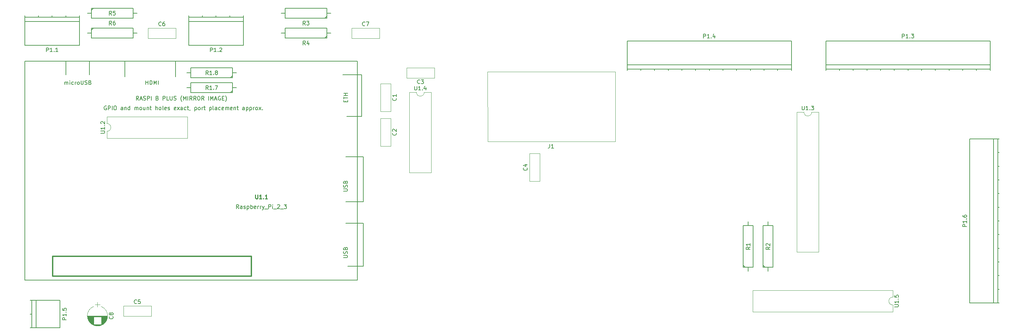
<source format=gbr>
G04 #@! TF.FileFunction,Legend,Top*
%FSLAX46Y46*%
G04 Gerber Fmt 4.6, Leading zero omitted, Abs format (unit mm)*
G04 Created by KiCad (PCBNEW 4.0.5) date 06/14/17 15:34:31*
%MOMM*%
%LPD*%
G01*
G04 APERTURE LIST*
%ADD10C,0.100000*%
%ADD11C,0.150000*%
%ADD12C,0.304800*%
%ADD13C,0.120000*%
%ADD14C,0.254000*%
%ADD15C,0.274320*%
%ADD16C,0.203200*%
G04 APERTURE END LIST*
D10*
D11*
X293290000Y-48550000D02*
X293290000Y-48950000D01*
X289790000Y-48550000D02*
X289790000Y-48950000D01*
X282790000Y-48550000D02*
X282790000Y-48950000D01*
X286290000Y-48550000D02*
X286290000Y-48950000D01*
X279290000Y-48550000D02*
X279290000Y-48950000D01*
X265290000Y-48550000D02*
X265290000Y-48950000D01*
X275790000Y-48550000D02*
X275790000Y-48950000D01*
X272290000Y-48550000D02*
X272290000Y-48950000D01*
X258290000Y-48550000D02*
X258290000Y-48950000D01*
X261790000Y-48550000D02*
X261790000Y-48950000D01*
X268790000Y-48550000D02*
X268790000Y-48950000D01*
X254790000Y-47450000D02*
X296790000Y-47450000D01*
X254790000Y-48550000D02*
X296790000Y-48550000D01*
X254790000Y-41350000D02*
X254790000Y-48950000D01*
X296790000Y-48950000D02*
X296790000Y-41350000D01*
X296790000Y-41350000D02*
X254790000Y-41350000D01*
X131318000Y-50038000D02*
X136144000Y-50038000D01*
X136144000Y-50038000D02*
X136144000Y-60706000D01*
X136144000Y-60706000D02*
X132334000Y-60706000D01*
X60550000Y-50052000D02*
X60550000Y-46552000D01*
X66550000Y-50052000D02*
X66550000Y-46552000D01*
X75550000Y-50560000D02*
X75550000Y-46560000D01*
X88550000Y-50560000D02*
X88550000Y-46560000D01*
X132050000Y-88028000D02*
X136550000Y-88028000D01*
X136550000Y-88028000D02*
X136550000Y-99028000D01*
X136550000Y-99028000D02*
X132550000Y-99028000D01*
X132050000Y-71028000D02*
X136550000Y-71028000D01*
X136550000Y-71028000D02*
X136550000Y-82528000D01*
X136550000Y-82528000D02*
X132050000Y-82528000D01*
X50050000Y-102560000D02*
X135050000Y-102560000D01*
X135050000Y-46560000D02*
X135050000Y-102560000D01*
X135050000Y-46560000D02*
X114550000Y-46560000D01*
X50050000Y-46560000D02*
X50050000Y-102560000D01*
X50050000Y-46560000D02*
X115050000Y-46560000D01*
D12*
X107950000Y-101600000D02*
X57150000Y-101600000D01*
X107950000Y-96520000D02*
X57150000Y-96520000D01*
X107950000Y-96520000D02*
X107950000Y-101600000D01*
X57150000Y-96520000D02*
X57150000Y-101600000D01*
D13*
X71000000Y-64500000D02*
X71000000Y-66270000D01*
X71000000Y-66270000D02*
X91560000Y-66270000D01*
X91560000Y-66270000D02*
X91560000Y-60730000D01*
X91560000Y-60730000D02*
X71000000Y-60730000D01*
X71000000Y-60730000D02*
X71000000Y-62500000D01*
X71000000Y-62500000D02*
G75*
G02X71000000Y-64500000I0J-1000000D01*
G01*
X168330000Y-49220000D02*
X168380000Y-67120000D01*
X168380000Y-67120000D02*
X200980000Y-67120000D01*
X200980000Y-67120000D02*
X200980000Y-49220000D01*
X200980000Y-49220000D02*
X168330000Y-49220000D01*
D11*
X60480000Y-35270000D02*
X60480000Y-34870000D01*
X56980000Y-35270000D02*
X56980000Y-34870000D01*
X53480000Y-35270000D02*
X53480000Y-34870000D01*
X63980000Y-36370000D02*
X49980000Y-36370000D01*
X63980000Y-35270000D02*
X49980000Y-35270000D01*
X63980000Y-42470000D02*
X63980000Y-34870000D01*
X49980000Y-34870000D02*
X49980000Y-42470000D01*
X49980000Y-42470000D02*
X63980000Y-42470000D01*
X102390000Y-35270000D02*
X102390000Y-34870000D01*
X98890000Y-35270000D02*
X98890000Y-34870000D01*
X95390000Y-35270000D02*
X95390000Y-34870000D01*
X105890000Y-36370000D02*
X91890000Y-36370000D01*
X105890000Y-35270000D02*
X91890000Y-35270000D01*
X105890000Y-42470000D02*
X105890000Y-34870000D01*
X91890000Y-34870000D02*
X91890000Y-42470000D01*
X91890000Y-42470000D02*
X105890000Y-42470000D01*
X242490000Y-48550000D02*
X242490000Y-48950000D01*
X238990000Y-48550000D02*
X238990000Y-48950000D01*
X231990000Y-48550000D02*
X231990000Y-48950000D01*
X235490000Y-48550000D02*
X235490000Y-48950000D01*
X228490000Y-48550000D02*
X228490000Y-48950000D01*
X214490000Y-48550000D02*
X214490000Y-48950000D01*
X224990000Y-48550000D02*
X224990000Y-48950000D01*
X221490000Y-48550000D02*
X221490000Y-48950000D01*
X207490000Y-48550000D02*
X207490000Y-48950000D01*
X210990000Y-48550000D02*
X210990000Y-48950000D01*
X217990000Y-48550000D02*
X217990000Y-48950000D01*
X203990000Y-47450000D02*
X245990000Y-47450000D01*
X203990000Y-48550000D02*
X245990000Y-48550000D01*
X203990000Y-41350000D02*
X203990000Y-48950000D01*
X245990000Y-48950000D02*
X245990000Y-41350000D01*
X245990000Y-41350000D02*
X203990000Y-41350000D01*
X234950000Y-100330000D02*
X234950000Y-99314000D01*
X234950000Y-87630000D02*
X234950000Y-88646000D01*
X233680000Y-88646000D02*
X236220000Y-88646000D01*
X236220000Y-88646000D02*
X236220000Y-99314000D01*
X236220000Y-99314000D02*
X233680000Y-99314000D01*
X233680000Y-99314000D02*
X233680000Y-88646000D01*
X234188000Y-99314000D02*
X233680000Y-98806000D01*
X104140000Y-53340000D02*
X103124000Y-53340000D01*
X91440000Y-53340000D02*
X92456000Y-53340000D01*
X92456000Y-54610000D02*
X92456000Y-52070000D01*
X92456000Y-52070000D02*
X103124000Y-52070000D01*
X103124000Y-52070000D02*
X103124000Y-54610000D01*
X103124000Y-54610000D02*
X92456000Y-54610000D01*
X103124000Y-54102000D02*
X102616000Y-54610000D01*
X104140000Y-49530000D02*
X103124000Y-49530000D01*
X91440000Y-49530000D02*
X92456000Y-49530000D01*
X92456000Y-50800000D02*
X92456000Y-48260000D01*
X92456000Y-48260000D02*
X103124000Y-48260000D01*
X103124000Y-48260000D02*
X103124000Y-50800000D01*
X103124000Y-50800000D02*
X92456000Y-50800000D01*
X103124000Y-50292000D02*
X102616000Y-50800000D01*
X240030000Y-100330000D02*
X240030000Y-99314000D01*
X240030000Y-87630000D02*
X240030000Y-88646000D01*
X238760000Y-88646000D02*
X241300000Y-88646000D01*
X241300000Y-88646000D02*
X241300000Y-99314000D01*
X241300000Y-99314000D02*
X238760000Y-99314000D01*
X238760000Y-99314000D02*
X238760000Y-88646000D01*
X239268000Y-99314000D02*
X238760000Y-98806000D01*
X128270000Y-34290000D02*
X127254000Y-34290000D01*
X115570000Y-34290000D02*
X116586000Y-34290000D01*
X116586000Y-35560000D02*
X116586000Y-33020000D01*
X116586000Y-33020000D02*
X127254000Y-33020000D01*
X127254000Y-33020000D02*
X127254000Y-35560000D01*
X127254000Y-35560000D02*
X116586000Y-35560000D01*
X127254000Y-35052000D02*
X126746000Y-35560000D01*
X128270000Y-39370000D02*
X127254000Y-39370000D01*
X115570000Y-39370000D02*
X116586000Y-39370000D01*
X116586000Y-40640000D02*
X116586000Y-38100000D01*
X116586000Y-38100000D02*
X127254000Y-38100000D01*
X127254000Y-38100000D02*
X127254000Y-40640000D01*
X127254000Y-40640000D02*
X116586000Y-40640000D01*
X127254000Y-40132000D02*
X126746000Y-40640000D01*
X66040000Y-34290000D02*
X67056000Y-34290000D01*
X78740000Y-34290000D02*
X77724000Y-34290000D01*
X77724000Y-33020000D02*
X77724000Y-35560000D01*
X77724000Y-35560000D02*
X67056000Y-35560000D01*
X67056000Y-35560000D02*
X67056000Y-33020000D01*
X67056000Y-33020000D02*
X77724000Y-33020000D01*
X67056000Y-33528000D02*
X67564000Y-33020000D01*
X66040000Y-39370000D02*
X67056000Y-39370000D01*
X78740000Y-39370000D02*
X77724000Y-39370000D01*
X77724000Y-38100000D02*
X77724000Y-40640000D01*
X77724000Y-40640000D02*
X67056000Y-40640000D01*
X67056000Y-40640000D02*
X67056000Y-38100000D01*
X67056000Y-38100000D02*
X77724000Y-38100000D01*
X67056000Y-38608000D02*
X67564000Y-38100000D01*
D13*
X249190000Y-59570000D02*
X247420000Y-59570000D01*
X247420000Y-59570000D02*
X247420000Y-95370000D01*
X247420000Y-95370000D02*
X252960000Y-95370000D01*
X252960000Y-95370000D02*
X252960000Y-59570000D01*
X252960000Y-59570000D02*
X251190000Y-59570000D01*
X251190000Y-59570000D02*
G75*
G02X249190000Y-59570000I-1000000J0D01*
G01*
X71130000Y-111740000D02*
X66030000Y-111740000D01*
X71130000Y-111780000D02*
X66030000Y-111780000D01*
X71129000Y-111820000D02*
X66031000Y-111820000D01*
X71128000Y-111860000D02*
X66032000Y-111860000D01*
X71126000Y-111900000D02*
X66034000Y-111900000D01*
X71123000Y-111940000D02*
X66037000Y-111940000D01*
X71119000Y-111980000D02*
X66041000Y-111980000D01*
X71115000Y-112020000D02*
X69560000Y-112020000D01*
X67600000Y-112020000D02*
X66045000Y-112020000D01*
X71111000Y-112060000D02*
X69560000Y-112060000D01*
X67600000Y-112060000D02*
X66049000Y-112060000D01*
X71105000Y-112100000D02*
X69560000Y-112100000D01*
X67600000Y-112100000D02*
X66055000Y-112100000D01*
X71099000Y-112140000D02*
X69560000Y-112140000D01*
X67600000Y-112140000D02*
X66061000Y-112140000D01*
X71093000Y-112180000D02*
X69560000Y-112180000D01*
X67600000Y-112180000D02*
X66067000Y-112180000D01*
X71086000Y-112220000D02*
X69560000Y-112220000D01*
X67600000Y-112220000D02*
X66074000Y-112220000D01*
X71078000Y-112260000D02*
X69560000Y-112260000D01*
X67600000Y-112260000D02*
X66082000Y-112260000D01*
X71069000Y-112300000D02*
X69560000Y-112300000D01*
X67600000Y-112300000D02*
X66091000Y-112300000D01*
X71060000Y-112340000D02*
X69560000Y-112340000D01*
X67600000Y-112340000D02*
X66100000Y-112340000D01*
X71050000Y-112380000D02*
X69560000Y-112380000D01*
X67600000Y-112380000D02*
X66110000Y-112380000D01*
X71040000Y-112420000D02*
X69560000Y-112420000D01*
X67600000Y-112420000D02*
X66120000Y-112420000D01*
X71028000Y-112461000D02*
X69560000Y-112461000D01*
X67600000Y-112461000D02*
X66132000Y-112461000D01*
X71016000Y-112501000D02*
X69560000Y-112501000D01*
X67600000Y-112501000D02*
X66144000Y-112501000D01*
X71004000Y-112541000D02*
X69560000Y-112541000D01*
X67600000Y-112541000D02*
X66156000Y-112541000D01*
X70990000Y-112581000D02*
X69560000Y-112581000D01*
X67600000Y-112581000D02*
X66170000Y-112581000D01*
X70976000Y-112621000D02*
X69560000Y-112621000D01*
X67600000Y-112621000D02*
X66184000Y-112621000D01*
X70962000Y-112661000D02*
X69560000Y-112661000D01*
X67600000Y-112661000D02*
X66198000Y-112661000D01*
X70946000Y-112701000D02*
X69560000Y-112701000D01*
X67600000Y-112701000D02*
X66214000Y-112701000D01*
X70930000Y-112741000D02*
X69560000Y-112741000D01*
X67600000Y-112741000D02*
X66230000Y-112741000D01*
X70913000Y-112781000D02*
X69560000Y-112781000D01*
X67600000Y-112781000D02*
X66247000Y-112781000D01*
X70895000Y-112821000D02*
X69560000Y-112821000D01*
X67600000Y-112821000D02*
X66265000Y-112821000D01*
X70876000Y-112861000D02*
X69560000Y-112861000D01*
X67600000Y-112861000D02*
X66284000Y-112861000D01*
X70856000Y-112901000D02*
X69560000Y-112901000D01*
X67600000Y-112901000D02*
X66304000Y-112901000D01*
X70836000Y-112941000D02*
X69560000Y-112941000D01*
X67600000Y-112941000D02*
X66324000Y-112941000D01*
X70814000Y-112981000D02*
X69560000Y-112981000D01*
X67600000Y-112981000D02*
X66346000Y-112981000D01*
X70792000Y-113021000D02*
X69560000Y-113021000D01*
X67600000Y-113021000D02*
X66368000Y-113021000D01*
X70769000Y-113061000D02*
X69560000Y-113061000D01*
X67600000Y-113061000D02*
X66391000Y-113061000D01*
X70745000Y-113101000D02*
X69560000Y-113101000D01*
X67600000Y-113101000D02*
X66415000Y-113101000D01*
X70720000Y-113141000D02*
X69560000Y-113141000D01*
X67600000Y-113141000D02*
X66440000Y-113141000D01*
X70693000Y-113181000D02*
X69560000Y-113181000D01*
X67600000Y-113181000D02*
X66467000Y-113181000D01*
X70666000Y-113221000D02*
X69560000Y-113221000D01*
X67600000Y-113221000D02*
X66494000Y-113221000D01*
X70638000Y-113261000D02*
X69560000Y-113261000D01*
X67600000Y-113261000D02*
X66522000Y-113261000D01*
X70608000Y-113301000D02*
X69560000Y-113301000D01*
X67600000Y-113301000D02*
X66552000Y-113301000D01*
X70577000Y-113341000D02*
X69560000Y-113341000D01*
X67600000Y-113341000D02*
X66583000Y-113341000D01*
X70545000Y-113381000D02*
X69560000Y-113381000D01*
X67600000Y-113381000D02*
X66615000Y-113381000D01*
X70512000Y-113421000D02*
X69560000Y-113421000D01*
X67600000Y-113421000D02*
X66648000Y-113421000D01*
X70477000Y-113461000D02*
X69560000Y-113461000D01*
X67600000Y-113461000D02*
X66683000Y-113461000D01*
X70441000Y-113501000D02*
X69560000Y-113501000D01*
X67600000Y-113501000D02*
X66719000Y-113501000D01*
X70403000Y-113541000D02*
X69560000Y-113541000D01*
X67600000Y-113541000D02*
X66757000Y-113541000D01*
X70363000Y-113581000D02*
X69560000Y-113581000D01*
X67600000Y-113581000D02*
X66797000Y-113581000D01*
X70322000Y-113621000D02*
X69560000Y-113621000D01*
X67600000Y-113621000D02*
X66838000Y-113621000D01*
X70279000Y-113661000D02*
X69560000Y-113661000D01*
X67600000Y-113661000D02*
X66881000Y-113661000D01*
X70234000Y-113701000D02*
X69560000Y-113701000D01*
X67600000Y-113701000D02*
X66926000Y-113701000D01*
X70186000Y-113741000D02*
X69560000Y-113741000D01*
X67600000Y-113741000D02*
X66974000Y-113741000D01*
X70136000Y-113781000D02*
X69560000Y-113781000D01*
X67600000Y-113781000D02*
X67024000Y-113781000D01*
X70084000Y-113821000D02*
X69560000Y-113821000D01*
X67600000Y-113821000D02*
X67076000Y-113821000D01*
X70028000Y-113861000D02*
X69560000Y-113861000D01*
X67600000Y-113861000D02*
X67132000Y-113861000D01*
X69970000Y-113901000D02*
X69560000Y-113901000D01*
X67600000Y-113901000D02*
X67190000Y-113901000D01*
X69907000Y-113941000D02*
X69560000Y-113941000D01*
X67600000Y-113941000D02*
X67253000Y-113941000D01*
X69841000Y-113981000D02*
X67319000Y-113981000D01*
X69769000Y-114021000D02*
X67391000Y-114021000D01*
X69692000Y-114061000D02*
X67468000Y-114061000D01*
X69608000Y-114101000D02*
X67552000Y-114101000D01*
X69514000Y-114141000D02*
X67646000Y-114141000D01*
X69409000Y-114181000D02*
X67751000Y-114181000D01*
X69287000Y-114221000D02*
X67873000Y-114221000D01*
X69139000Y-114261000D02*
X68021000Y-114261000D01*
X68934000Y-114301000D02*
X68226000Y-114301000D01*
X68580000Y-108290000D02*
X68580000Y-109490000D01*
X69230000Y-108890000D02*
X67930000Y-108890000D01*
X69561400Y-114136863D02*
G75*
G03X69560000Y-109342564I-981400J2396863D01*
G01*
X67598600Y-114136863D02*
G75*
G02X67600000Y-109342564I981400J2396863D01*
G01*
X67598600Y-114136863D02*
G75*
G03X69560000Y-114137436I981400J2396863D01*
G01*
X150130000Y-54490000D02*
X148360000Y-54490000D01*
X148360000Y-54490000D02*
X148360000Y-75050000D01*
X148360000Y-75050000D02*
X153900000Y-75050000D01*
X153900000Y-75050000D02*
X153900000Y-54490000D01*
X153900000Y-54490000D02*
X152130000Y-54490000D01*
X152130000Y-54490000D02*
G75*
G02X150130000Y-54490000I-1000000J0D01*
G01*
X143550000Y-52280000D02*
X143550000Y-59400000D01*
X140930000Y-52280000D02*
X140930000Y-59400000D01*
X143550000Y-52280000D02*
X140930000Y-52280000D01*
X143550000Y-59400000D02*
X140930000Y-59400000D01*
X143550000Y-61170000D02*
X143550000Y-68290000D01*
X140930000Y-61170000D02*
X140930000Y-68290000D01*
X143550000Y-61170000D02*
X140930000Y-61170000D01*
X143550000Y-68290000D02*
X140930000Y-68290000D01*
X154730000Y-50840000D02*
X147610000Y-50840000D01*
X154730000Y-48220000D02*
X147610000Y-48220000D01*
X154730000Y-50840000D02*
X154730000Y-48220000D01*
X147610000Y-50840000D02*
X147610000Y-48220000D01*
X179030000Y-77260000D02*
X179030000Y-70140000D01*
X181650000Y-77260000D02*
X181650000Y-70140000D01*
X179030000Y-77260000D02*
X181650000Y-77260000D01*
X179030000Y-70140000D02*
X181650000Y-70140000D01*
X75220000Y-109180000D02*
X82340000Y-109180000D01*
X75220000Y-111800000D02*
X82340000Y-111800000D01*
X75220000Y-109180000D02*
X75220000Y-111800000D01*
X82340000Y-109180000D02*
X82340000Y-111800000D01*
X81490000Y-38060000D02*
X88610000Y-38060000D01*
X81490000Y-40680000D02*
X88610000Y-40680000D01*
X81490000Y-38060000D02*
X81490000Y-40680000D01*
X88610000Y-38060000D02*
X88610000Y-40680000D01*
X133560000Y-38060000D02*
X140680000Y-38060000D01*
X133560000Y-40680000D02*
X140680000Y-40680000D01*
X133560000Y-38060000D02*
X133560000Y-40680000D01*
X140680000Y-38060000D02*
X140680000Y-40680000D01*
D11*
X51780000Y-111280000D02*
X51380000Y-111280000D01*
X52880000Y-107780000D02*
X52880000Y-114780000D01*
X51780000Y-107780000D02*
X51780000Y-114780000D01*
X58980000Y-107780000D02*
X51380000Y-107780000D01*
X51380000Y-114780000D02*
X58980000Y-114780000D01*
X58980000Y-114780000D02*
X58980000Y-107780000D01*
X298740000Y-69930000D02*
X299140000Y-69930000D01*
X298740000Y-73430000D02*
X299140000Y-73430000D01*
X298740000Y-80430000D02*
X299140000Y-80430000D01*
X298740000Y-76930000D02*
X299140000Y-76930000D01*
X298740000Y-83930000D02*
X299140000Y-83930000D01*
X298740000Y-97930000D02*
X299140000Y-97930000D01*
X298740000Y-87430000D02*
X299140000Y-87430000D01*
X298740000Y-90930000D02*
X299140000Y-90930000D01*
X298740000Y-104930000D02*
X299140000Y-104930000D01*
X298740000Y-101430000D02*
X299140000Y-101430000D01*
X298740000Y-94430000D02*
X299140000Y-94430000D01*
X297640000Y-108430000D02*
X297640000Y-66430000D01*
X298740000Y-108430000D02*
X298740000Y-66430000D01*
X291540000Y-108430000D02*
X299140000Y-108430000D01*
X299140000Y-66430000D02*
X291540000Y-66430000D01*
X291540000Y-66430000D02*
X291540000Y-108430000D01*
D13*
X271900000Y-106950000D02*
X271900000Y-105180000D01*
X271900000Y-105180000D02*
X236100000Y-105180000D01*
X236100000Y-105180000D02*
X236100000Y-110720000D01*
X236100000Y-110720000D02*
X271900000Y-110720000D01*
X271900000Y-110720000D02*
X271900000Y-108950000D01*
X271900000Y-108950000D02*
G75*
G02X271900000Y-106950000I0J1000000D01*
G01*
D11*
X274337619Y-40602381D02*
X274337619Y-39602381D01*
X274718572Y-39602381D01*
X274813810Y-39650000D01*
X274861429Y-39697619D01*
X274909048Y-39792857D01*
X274909048Y-39935714D01*
X274861429Y-40030952D01*
X274813810Y-40078571D01*
X274718572Y-40126190D01*
X274337619Y-40126190D01*
X275861429Y-40602381D02*
X275290000Y-40602381D01*
X275575714Y-40602381D02*
X275575714Y-39602381D01*
X275480476Y-39745238D01*
X275385238Y-39840476D01*
X275290000Y-39888095D01*
X276290000Y-40507143D02*
X276337619Y-40554762D01*
X276290000Y-40602381D01*
X276242381Y-40554762D01*
X276290000Y-40507143D01*
X276290000Y-40602381D01*
X276670952Y-39602381D02*
X277290000Y-39602381D01*
X276956666Y-39983333D01*
X277099524Y-39983333D01*
X277194762Y-40030952D01*
X277242381Y-40078571D01*
X277290000Y-40173810D01*
X277290000Y-40411905D01*
X277242381Y-40507143D01*
X277194762Y-40554762D01*
X277099524Y-40602381D01*
X276813809Y-40602381D01*
X276718571Y-40554762D01*
X276670952Y-40507143D01*
D14*
X108990191Y-80723619D02*
X108990191Y-81546095D01*
X109038572Y-81642857D01*
X109086953Y-81691238D01*
X109183715Y-81739619D01*
X109377238Y-81739619D01*
X109474000Y-81691238D01*
X109522381Y-81642857D01*
X109570762Y-81546095D01*
X109570762Y-80723619D01*
X110586762Y-81739619D02*
X110006191Y-81739619D01*
X110296477Y-81739619D02*
X110296477Y-80723619D01*
X110199715Y-80868762D01*
X110102953Y-80965524D01*
X110006191Y-81013905D01*
X111022191Y-81642857D02*
X111070572Y-81691238D01*
X111022191Y-81739619D01*
X110973810Y-81691238D01*
X111022191Y-81642857D01*
X111022191Y-81739619D01*
X112038191Y-81739619D02*
X111457620Y-81739619D01*
X111747906Y-81739619D02*
X111747906Y-80723619D01*
X111651144Y-80868762D01*
X111554382Y-80965524D01*
X111457620Y-81013905D01*
D15*
D16*
X104684287Y-84279619D02*
X104345621Y-83795810D01*
X104103716Y-84279619D02*
X104103716Y-83263619D01*
X104490763Y-83263619D01*
X104587525Y-83312000D01*
X104635906Y-83360381D01*
X104684287Y-83457143D01*
X104684287Y-83602286D01*
X104635906Y-83699048D01*
X104587525Y-83747429D01*
X104490763Y-83795810D01*
X104103716Y-83795810D01*
X105555144Y-84279619D02*
X105555144Y-83747429D01*
X105506763Y-83650667D01*
X105410001Y-83602286D01*
X105216478Y-83602286D01*
X105119716Y-83650667D01*
X105555144Y-84231238D02*
X105458382Y-84279619D01*
X105216478Y-84279619D01*
X105119716Y-84231238D01*
X105071335Y-84134476D01*
X105071335Y-84037714D01*
X105119716Y-83940952D01*
X105216478Y-83892571D01*
X105458382Y-83892571D01*
X105555144Y-83844190D01*
X105990573Y-84231238D02*
X106087335Y-84279619D01*
X106280859Y-84279619D01*
X106377620Y-84231238D01*
X106426001Y-84134476D01*
X106426001Y-84086095D01*
X106377620Y-83989333D01*
X106280859Y-83940952D01*
X106135716Y-83940952D01*
X106038954Y-83892571D01*
X105990573Y-83795810D01*
X105990573Y-83747429D01*
X106038954Y-83650667D01*
X106135716Y-83602286D01*
X106280859Y-83602286D01*
X106377620Y-83650667D01*
X106861430Y-83602286D02*
X106861430Y-84618286D01*
X106861430Y-83650667D02*
X106958192Y-83602286D01*
X107151715Y-83602286D01*
X107248477Y-83650667D01*
X107296858Y-83699048D01*
X107345239Y-83795810D01*
X107345239Y-84086095D01*
X107296858Y-84182857D01*
X107248477Y-84231238D01*
X107151715Y-84279619D01*
X106958192Y-84279619D01*
X106861430Y-84231238D01*
X107780668Y-84279619D02*
X107780668Y-83263619D01*
X107780668Y-83650667D02*
X107877430Y-83602286D01*
X108070953Y-83602286D01*
X108167715Y-83650667D01*
X108216096Y-83699048D01*
X108264477Y-83795810D01*
X108264477Y-84086095D01*
X108216096Y-84182857D01*
X108167715Y-84231238D01*
X108070953Y-84279619D01*
X107877430Y-84279619D01*
X107780668Y-84231238D01*
X109086953Y-84231238D02*
X108990191Y-84279619D01*
X108796668Y-84279619D01*
X108699906Y-84231238D01*
X108651525Y-84134476D01*
X108651525Y-83747429D01*
X108699906Y-83650667D01*
X108796668Y-83602286D01*
X108990191Y-83602286D01*
X109086953Y-83650667D01*
X109135334Y-83747429D01*
X109135334Y-83844190D01*
X108651525Y-83940952D01*
X109570763Y-84279619D02*
X109570763Y-83602286D01*
X109570763Y-83795810D02*
X109619144Y-83699048D01*
X109667525Y-83650667D01*
X109764287Y-83602286D01*
X109861048Y-83602286D01*
X110199715Y-84279619D02*
X110199715Y-83602286D01*
X110199715Y-83795810D02*
X110248096Y-83699048D01*
X110296477Y-83650667D01*
X110393239Y-83602286D01*
X110490000Y-83602286D01*
X110731905Y-83602286D02*
X110973810Y-84279619D01*
X111215714Y-83602286D02*
X110973810Y-84279619D01*
X110877048Y-84521524D01*
X110828667Y-84569905D01*
X110731905Y-84618286D01*
X111360857Y-84376381D02*
X112134952Y-84376381D01*
X112376857Y-84279619D02*
X112376857Y-83263619D01*
X112763904Y-83263619D01*
X112860666Y-83312000D01*
X112909047Y-83360381D01*
X112957428Y-83457143D01*
X112957428Y-83602286D01*
X112909047Y-83699048D01*
X112860666Y-83747429D01*
X112763904Y-83795810D01*
X112376857Y-83795810D01*
X113392857Y-84279619D02*
X113392857Y-83602286D01*
X113392857Y-83263619D02*
X113344476Y-83312000D01*
X113392857Y-83360381D01*
X113441238Y-83312000D01*
X113392857Y-83263619D01*
X113392857Y-83360381D01*
X113634762Y-84376381D02*
X114408857Y-84376381D01*
X114602381Y-83360381D02*
X114650762Y-83312000D01*
X114747524Y-83263619D01*
X114989428Y-83263619D01*
X115086190Y-83312000D01*
X115134571Y-83360381D01*
X115182952Y-83457143D01*
X115182952Y-83553905D01*
X115134571Y-83699048D01*
X114554000Y-84279619D01*
X115182952Y-84279619D01*
X115376476Y-84376381D02*
X116150571Y-84376381D01*
X116295714Y-83263619D02*
X116924666Y-83263619D01*
X116586000Y-83650667D01*
X116731142Y-83650667D01*
X116827904Y-83699048D01*
X116876285Y-83747429D01*
X116924666Y-83844190D01*
X116924666Y-84086095D01*
X116876285Y-84182857D01*
X116827904Y-84231238D01*
X116731142Y-84279619D01*
X116440857Y-84279619D01*
X116344095Y-84231238D01*
X116295714Y-84182857D01*
D11*
X132008571Y-56999048D02*
X132008571Y-56665714D01*
X132532381Y-56522857D02*
X132532381Y-56999048D01*
X131532381Y-56999048D01*
X131532381Y-56522857D01*
X131532381Y-56237143D02*
X131532381Y-55665714D01*
X132532381Y-55951429D02*
X131532381Y-55951429D01*
X132532381Y-55332381D02*
X131532381Y-55332381D01*
X132008571Y-55332381D02*
X132008571Y-54760952D01*
X132532381Y-54760952D02*
X131532381Y-54760952D01*
X70859521Y-58060000D02*
X70764283Y-58012381D01*
X70621426Y-58012381D01*
X70478568Y-58060000D01*
X70383330Y-58155238D01*
X70335711Y-58250476D01*
X70288092Y-58440952D01*
X70288092Y-58583810D01*
X70335711Y-58774286D01*
X70383330Y-58869524D01*
X70478568Y-58964762D01*
X70621426Y-59012381D01*
X70716664Y-59012381D01*
X70859521Y-58964762D01*
X70907140Y-58917143D01*
X70907140Y-58583810D01*
X70716664Y-58583810D01*
X71335711Y-59012381D02*
X71335711Y-58012381D01*
X71716664Y-58012381D01*
X71811902Y-58060000D01*
X71859521Y-58107619D01*
X71907140Y-58202857D01*
X71907140Y-58345714D01*
X71859521Y-58440952D01*
X71811902Y-58488571D01*
X71716664Y-58536190D01*
X71335711Y-58536190D01*
X72335711Y-59012381D02*
X72335711Y-58012381D01*
X73002377Y-58012381D02*
X73192854Y-58012381D01*
X73288092Y-58060000D01*
X73383330Y-58155238D01*
X73430949Y-58345714D01*
X73430949Y-58679048D01*
X73383330Y-58869524D01*
X73288092Y-58964762D01*
X73192854Y-59012381D01*
X73002377Y-59012381D01*
X72907139Y-58964762D01*
X72811901Y-58869524D01*
X72764282Y-58679048D01*
X72764282Y-58345714D01*
X72811901Y-58155238D01*
X72907139Y-58060000D01*
X73002377Y-58012381D01*
X75049997Y-59012381D02*
X75049997Y-58488571D01*
X75002378Y-58393333D01*
X74907140Y-58345714D01*
X74716663Y-58345714D01*
X74621425Y-58393333D01*
X75049997Y-58964762D02*
X74954759Y-59012381D01*
X74716663Y-59012381D01*
X74621425Y-58964762D01*
X74573806Y-58869524D01*
X74573806Y-58774286D01*
X74621425Y-58679048D01*
X74716663Y-58631429D01*
X74954759Y-58631429D01*
X75049997Y-58583810D01*
X75526187Y-58345714D02*
X75526187Y-59012381D01*
X75526187Y-58440952D02*
X75573806Y-58393333D01*
X75669044Y-58345714D01*
X75811902Y-58345714D01*
X75907140Y-58393333D01*
X75954759Y-58488571D01*
X75954759Y-59012381D01*
X76859521Y-59012381D02*
X76859521Y-58012381D01*
X76859521Y-58964762D02*
X76764283Y-59012381D01*
X76573806Y-59012381D01*
X76478568Y-58964762D01*
X76430949Y-58917143D01*
X76383330Y-58821905D01*
X76383330Y-58536190D01*
X76430949Y-58440952D01*
X76478568Y-58393333D01*
X76573806Y-58345714D01*
X76764283Y-58345714D01*
X76859521Y-58393333D01*
X78097616Y-59012381D02*
X78097616Y-58345714D01*
X78097616Y-58440952D02*
X78145235Y-58393333D01*
X78240473Y-58345714D01*
X78383331Y-58345714D01*
X78478569Y-58393333D01*
X78526188Y-58488571D01*
X78526188Y-59012381D01*
X78526188Y-58488571D02*
X78573807Y-58393333D01*
X78669045Y-58345714D01*
X78811902Y-58345714D01*
X78907140Y-58393333D01*
X78954759Y-58488571D01*
X78954759Y-59012381D01*
X79573806Y-59012381D02*
X79478568Y-58964762D01*
X79430949Y-58917143D01*
X79383330Y-58821905D01*
X79383330Y-58536190D01*
X79430949Y-58440952D01*
X79478568Y-58393333D01*
X79573806Y-58345714D01*
X79716664Y-58345714D01*
X79811902Y-58393333D01*
X79859521Y-58440952D01*
X79907140Y-58536190D01*
X79907140Y-58821905D01*
X79859521Y-58917143D01*
X79811902Y-58964762D01*
X79716664Y-59012381D01*
X79573806Y-59012381D01*
X80764283Y-58345714D02*
X80764283Y-59012381D01*
X80335711Y-58345714D02*
X80335711Y-58869524D01*
X80383330Y-58964762D01*
X80478568Y-59012381D01*
X80621426Y-59012381D01*
X80716664Y-58964762D01*
X80764283Y-58917143D01*
X81240473Y-58345714D02*
X81240473Y-59012381D01*
X81240473Y-58440952D02*
X81288092Y-58393333D01*
X81383330Y-58345714D01*
X81526188Y-58345714D01*
X81621426Y-58393333D01*
X81669045Y-58488571D01*
X81669045Y-59012381D01*
X82002378Y-58345714D02*
X82383330Y-58345714D01*
X82145235Y-58012381D02*
X82145235Y-58869524D01*
X82192854Y-58964762D01*
X82288092Y-59012381D01*
X82383330Y-59012381D01*
X83478569Y-59012381D02*
X83478569Y-58012381D01*
X83907141Y-59012381D02*
X83907141Y-58488571D01*
X83859522Y-58393333D01*
X83764284Y-58345714D01*
X83621426Y-58345714D01*
X83526188Y-58393333D01*
X83478569Y-58440952D01*
X84526188Y-59012381D02*
X84430950Y-58964762D01*
X84383331Y-58917143D01*
X84335712Y-58821905D01*
X84335712Y-58536190D01*
X84383331Y-58440952D01*
X84430950Y-58393333D01*
X84526188Y-58345714D01*
X84669046Y-58345714D01*
X84764284Y-58393333D01*
X84811903Y-58440952D01*
X84859522Y-58536190D01*
X84859522Y-58821905D01*
X84811903Y-58917143D01*
X84764284Y-58964762D01*
X84669046Y-59012381D01*
X84526188Y-59012381D01*
X85430950Y-59012381D02*
X85335712Y-58964762D01*
X85288093Y-58869524D01*
X85288093Y-58012381D01*
X86192856Y-58964762D02*
X86097618Y-59012381D01*
X85907141Y-59012381D01*
X85811903Y-58964762D01*
X85764284Y-58869524D01*
X85764284Y-58488571D01*
X85811903Y-58393333D01*
X85907141Y-58345714D01*
X86097618Y-58345714D01*
X86192856Y-58393333D01*
X86240475Y-58488571D01*
X86240475Y-58583810D01*
X85764284Y-58679048D01*
X86621427Y-58964762D02*
X86716665Y-59012381D01*
X86907141Y-59012381D01*
X87002380Y-58964762D01*
X87049999Y-58869524D01*
X87049999Y-58821905D01*
X87002380Y-58726667D01*
X86907141Y-58679048D01*
X86764284Y-58679048D01*
X86669046Y-58631429D01*
X86621427Y-58536190D01*
X86621427Y-58488571D01*
X86669046Y-58393333D01*
X86764284Y-58345714D01*
X86907141Y-58345714D01*
X87002380Y-58393333D01*
X88621428Y-58964762D02*
X88526190Y-59012381D01*
X88335713Y-59012381D01*
X88240475Y-58964762D01*
X88192856Y-58869524D01*
X88192856Y-58488571D01*
X88240475Y-58393333D01*
X88335713Y-58345714D01*
X88526190Y-58345714D01*
X88621428Y-58393333D01*
X88669047Y-58488571D01*
X88669047Y-58583810D01*
X88192856Y-58679048D01*
X89002380Y-59012381D02*
X89526190Y-58345714D01*
X89002380Y-58345714D02*
X89526190Y-59012381D01*
X90335714Y-59012381D02*
X90335714Y-58488571D01*
X90288095Y-58393333D01*
X90192857Y-58345714D01*
X90002380Y-58345714D01*
X89907142Y-58393333D01*
X90335714Y-58964762D02*
X90240476Y-59012381D01*
X90002380Y-59012381D01*
X89907142Y-58964762D01*
X89859523Y-58869524D01*
X89859523Y-58774286D01*
X89907142Y-58679048D01*
X90002380Y-58631429D01*
X90240476Y-58631429D01*
X90335714Y-58583810D01*
X91240476Y-58964762D02*
X91145238Y-59012381D01*
X90954761Y-59012381D01*
X90859523Y-58964762D01*
X90811904Y-58917143D01*
X90764285Y-58821905D01*
X90764285Y-58536190D01*
X90811904Y-58440952D01*
X90859523Y-58393333D01*
X90954761Y-58345714D01*
X91145238Y-58345714D01*
X91240476Y-58393333D01*
X91526190Y-58345714D02*
X91907142Y-58345714D01*
X91669047Y-58012381D02*
X91669047Y-58869524D01*
X91716666Y-58964762D01*
X91811904Y-59012381D01*
X91907142Y-59012381D01*
X92288095Y-58964762D02*
X92288095Y-59012381D01*
X92240476Y-59107619D01*
X92192857Y-59155238D01*
X93478571Y-58345714D02*
X93478571Y-59345714D01*
X93478571Y-58393333D02*
X93573809Y-58345714D01*
X93764286Y-58345714D01*
X93859524Y-58393333D01*
X93907143Y-58440952D01*
X93954762Y-58536190D01*
X93954762Y-58821905D01*
X93907143Y-58917143D01*
X93859524Y-58964762D01*
X93764286Y-59012381D01*
X93573809Y-59012381D01*
X93478571Y-58964762D01*
X94526190Y-59012381D02*
X94430952Y-58964762D01*
X94383333Y-58917143D01*
X94335714Y-58821905D01*
X94335714Y-58536190D01*
X94383333Y-58440952D01*
X94430952Y-58393333D01*
X94526190Y-58345714D01*
X94669048Y-58345714D01*
X94764286Y-58393333D01*
X94811905Y-58440952D01*
X94859524Y-58536190D01*
X94859524Y-58821905D01*
X94811905Y-58917143D01*
X94764286Y-58964762D01*
X94669048Y-59012381D01*
X94526190Y-59012381D01*
X95288095Y-59012381D02*
X95288095Y-58345714D01*
X95288095Y-58536190D02*
X95335714Y-58440952D01*
X95383333Y-58393333D01*
X95478571Y-58345714D01*
X95573810Y-58345714D01*
X95764286Y-58345714D02*
X96145238Y-58345714D01*
X95907143Y-58012381D02*
X95907143Y-58869524D01*
X95954762Y-58964762D01*
X96050000Y-59012381D01*
X96145238Y-59012381D01*
X97240477Y-58345714D02*
X97240477Y-59345714D01*
X97240477Y-58393333D02*
X97335715Y-58345714D01*
X97526192Y-58345714D01*
X97621430Y-58393333D01*
X97669049Y-58440952D01*
X97716668Y-58536190D01*
X97716668Y-58821905D01*
X97669049Y-58917143D01*
X97621430Y-58964762D01*
X97526192Y-59012381D01*
X97335715Y-59012381D01*
X97240477Y-58964762D01*
X98288096Y-59012381D02*
X98192858Y-58964762D01*
X98145239Y-58869524D01*
X98145239Y-58012381D01*
X99097621Y-59012381D02*
X99097621Y-58488571D01*
X99050002Y-58393333D01*
X98954764Y-58345714D01*
X98764287Y-58345714D01*
X98669049Y-58393333D01*
X99097621Y-58964762D02*
X99002383Y-59012381D01*
X98764287Y-59012381D01*
X98669049Y-58964762D01*
X98621430Y-58869524D01*
X98621430Y-58774286D01*
X98669049Y-58679048D01*
X98764287Y-58631429D01*
X99002383Y-58631429D01*
X99097621Y-58583810D01*
X100002383Y-58964762D02*
X99907145Y-59012381D01*
X99716668Y-59012381D01*
X99621430Y-58964762D01*
X99573811Y-58917143D01*
X99526192Y-58821905D01*
X99526192Y-58536190D01*
X99573811Y-58440952D01*
X99621430Y-58393333D01*
X99716668Y-58345714D01*
X99907145Y-58345714D01*
X100002383Y-58393333D01*
X100811907Y-58964762D02*
X100716669Y-59012381D01*
X100526192Y-59012381D01*
X100430954Y-58964762D01*
X100383335Y-58869524D01*
X100383335Y-58488571D01*
X100430954Y-58393333D01*
X100526192Y-58345714D01*
X100716669Y-58345714D01*
X100811907Y-58393333D01*
X100859526Y-58488571D01*
X100859526Y-58583810D01*
X100383335Y-58679048D01*
X101288097Y-59012381D02*
X101288097Y-58345714D01*
X101288097Y-58440952D02*
X101335716Y-58393333D01*
X101430954Y-58345714D01*
X101573812Y-58345714D01*
X101669050Y-58393333D01*
X101716669Y-58488571D01*
X101716669Y-59012381D01*
X101716669Y-58488571D02*
X101764288Y-58393333D01*
X101859526Y-58345714D01*
X102002383Y-58345714D01*
X102097621Y-58393333D01*
X102145240Y-58488571D01*
X102145240Y-59012381D01*
X103002383Y-58964762D02*
X102907145Y-59012381D01*
X102716668Y-59012381D01*
X102621430Y-58964762D01*
X102573811Y-58869524D01*
X102573811Y-58488571D01*
X102621430Y-58393333D01*
X102716668Y-58345714D01*
X102907145Y-58345714D01*
X103002383Y-58393333D01*
X103050002Y-58488571D01*
X103050002Y-58583810D01*
X102573811Y-58679048D01*
X103478573Y-58345714D02*
X103478573Y-59012381D01*
X103478573Y-58440952D02*
X103526192Y-58393333D01*
X103621430Y-58345714D01*
X103764288Y-58345714D01*
X103859526Y-58393333D01*
X103907145Y-58488571D01*
X103907145Y-59012381D01*
X104240478Y-58345714D02*
X104621430Y-58345714D01*
X104383335Y-58012381D02*
X104383335Y-58869524D01*
X104430954Y-58964762D01*
X104526192Y-59012381D01*
X104621430Y-59012381D01*
X106145241Y-59012381D02*
X106145241Y-58488571D01*
X106097622Y-58393333D01*
X106002384Y-58345714D01*
X105811907Y-58345714D01*
X105716669Y-58393333D01*
X106145241Y-58964762D02*
X106050003Y-59012381D01*
X105811907Y-59012381D01*
X105716669Y-58964762D01*
X105669050Y-58869524D01*
X105669050Y-58774286D01*
X105716669Y-58679048D01*
X105811907Y-58631429D01*
X106050003Y-58631429D01*
X106145241Y-58583810D01*
X106621431Y-58345714D02*
X106621431Y-59345714D01*
X106621431Y-58393333D02*
X106716669Y-58345714D01*
X106907146Y-58345714D01*
X107002384Y-58393333D01*
X107050003Y-58440952D01*
X107097622Y-58536190D01*
X107097622Y-58821905D01*
X107050003Y-58917143D01*
X107002384Y-58964762D01*
X106907146Y-59012381D01*
X106716669Y-59012381D01*
X106621431Y-58964762D01*
X107526193Y-58345714D02*
X107526193Y-59345714D01*
X107526193Y-58393333D02*
X107621431Y-58345714D01*
X107811908Y-58345714D01*
X107907146Y-58393333D01*
X107954765Y-58440952D01*
X108002384Y-58536190D01*
X108002384Y-58821905D01*
X107954765Y-58917143D01*
X107907146Y-58964762D01*
X107811908Y-59012381D01*
X107621431Y-59012381D01*
X107526193Y-58964762D01*
X108430955Y-59012381D02*
X108430955Y-58345714D01*
X108430955Y-58536190D02*
X108478574Y-58440952D01*
X108526193Y-58393333D01*
X108621431Y-58345714D01*
X108716670Y-58345714D01*
X109192860Y-59012381D02*
X109097622Y-58964762D01*
X109050003Y-58917143D01*
X109002384Y-58821905D01*
X109002384Y-58536190D01*
X109050003Y-58440952D01*
X109097622Y-58393333D01*
X109192860Y-58345714D01*
X109335718Y-58345714D01*
X109430956Y-58393333D01*
X109478575Y-58440952D01*
X109526194Y-58536190D01*
X109526194Y-58821905D01*
X109478575Y-58917143D01*
X109430956Y-58964762D01*
X109335718Y-59012381D01*
X109192860Y-59012381D01*
X109859527Y-59012381D02*
X110383337Y-58345714D01*
X109859527Y-58345714D02*
X110383337Y-59012381D01*
X110764289Y-58917143D02*
X110811908Y-58964762D01*
X110764289Y-59012381D01*
X110716670Y-58964762D01*
X110764289Y-58917143D01*
X110764289Y-59012381D01*
X79097619Y-56512381D02*
X78764285Y-56036190D01*
X78526190Y-56512381D02*
X78526190Y-55512381D01*
X78907143Y-55512381D01*
X79002381Y-55560000D01*
X79050000Y-55607619D01*
X79097619Y-55702857D01*
X79097619Y-55845714D01*
X79050000Y-55940952D01*
X79002381Y-55988571D01*
X78907143Y-56036190D01*
X78526190Y-56036190D01*
X79478571Y-56226667D02*
X79954762Y-56226667D01*
X79383333Y-56512381D02*
X79716666Y-55512381D01*
X80050000Y-56512381D01*
X80335714Y-56464762D02*
X80478571Y-56512381D01*
X80716667Y-56512381D01*
X80811905Y-56464762D01*
X80859524Y-56417143D01*
X80907143Y-56321905D01*
X80907143Y-56226667D01*
X80859524Y-56131429D01*
X80811905Y-56083810D01*
X80716667Y-56036190D01*
X80526190Y-55988571D01*
X80430952Y-55940952D01*
X80383333Y-55893333D01*
X80335714Y-55798095D01*
X80335714Y-55702857D01*
X80383333Y-55607619D01*
X80430952Y-55560000D01*
X80526190Y-55512381D01*
X80764286Y-55512381D01*
X80907143Y-55560000D01*
X81335714Y-56512381D02*
X81335714Y-55512381D01*
X81716667Y-55512381D01*
X81811905Y-55560000D01*
X81859524Y-55607619D01*
X81907143Y-55702857D01*
X81907143Y-55845714D01*
X81859524Y-55940952D01*
X81811905Y-55988571D01*
X81716667Y-56036190D01*
X81335714Y-56036190D01*
X82335714Y-56512381D02*
X82335714Y-55512381D01*
X83907143Y-55988571D02*
X84050000Y-56036190D01*
X84097619Y-56083810D01*
X84145238Y-56179048D01*
X84145238Y-56321905D01*
X84097619Y-56417143D01*
X84050000Y-56464762D01*
X83954762Y-56512381D01*
X83573809Y-56512381D01*
X83573809Y-55512381D01*
X83907143Y-55512381D01*
X84002381Y-55560000D01*
X84050000Y-55607619D01*
X84097619Y-55702857D01*
X84097619Y-55798095D01*
X84050000Y-55893333D01*
X84002381Y-55940952D01*
X83907143Y-55988571D01*
X83573809Y-55988571D01*
X85335714Y-56512381D02*
X85335714Y-55512381D01*
X85716667Y-55512381D01*
X85811905Y-55560000D01*
X85859524Y-55607619D01*
X85907143Y-55702857D01*
X85907143Y-55845714D01*
X85859524Y-55940952D01*
X85811905Y-55988571D01*
X85716667Y-56036190D01*
X85335714Y-56036190D01*
X86811905Y-56512381D02*
X86335714Y-56512381D01*
X86335714Y-55512381D01*
X87145238Y-55512381D02*
X87145238Y-56321905D01*
X87192857Y-56417143D01*
X87240476Y-56464762D01*
X87335714Y-56512381D01*
X87526191Y-56512381D01*
X87621429Y-56464762D01*
X87669048Y-56417143D01*
X87716667Y-56321905D01*
X87716667Y-55512381D01*
X88145238Y-56464762D02*
X88288095Y-56512381D01*
X88526191Y-56512381D01*
X88621429Y-56464762D01*
X88669048Y-56417143D01*
X88716667Y-56321905D01*
X88716667Y-56226667D01*
X88669048Y-56131429D01*
X88621429Y-56083810D01*
X88526191Y-56036190D01*
X88335714Y-55988571D01*
X88240476Y-55940952D01*
X88192857Y-55893333D01*
X88145238Y-55798095D01*
X88145238Y-55702857D01*
X88192857Y-55607619D01*
X88240476Y-55560000D01*
X88335714Y-55512381D01*
X88573810Y-55512381D01*
X88716667Y-55560000D01*
X90192858Y-56893333D02*
X90145238Y-56845714D01*
X90050000Y-56702857D01*
X90002381Y-56607619D01*
X89954762Y-56464762D01*
X89907143Y-56226667D01*
X89907143Y-56036190D01*
X89954762Y-55798095D01*
X90002381Y-55655238D01*
X90050000Y-55560000D01*
X90145238Y-55417143D01*
X90192858Y-55369524D01*
X90573810Y-56512381D02*
X90573810Y-55512381D01*
X90907144Y-56226667D01*
X91240477Y-55512381D01*
X91240477Y-56512381D01*
X91716667Y-56512381D02*
X91716667Y-55512381D01*
X92764286Y-56512381D02*
X92430952Y-56036190D01*
X92192857Y-56512381D02*
X92192857Y-55512381D01*
X92573810Y-55512381D01*
X92669048Y-55560000D01*
X92716667Y-55607619D01*
X92764286Y-55702857D01*
X92764286Y-55845714D01*
X92716667Y-55940952D01*
X92669048Y-55988571D01*
X92573810Y-56036190D01*
X92192857Y-56036190D01*
X93764286Y-56512381D02*
X93430952Y-56036190D01*
X93192857Y-56512381D02*
X93192857Y-55512381D01*
X93573810Y-55512381D01*
X93669048Y-55560000D01*
X93716667Y-55607619D01*
X93764286Y-55702857D01*
X93764286Y-55845714D01*
X93716667Y-55940952D01*
X93669048Y-55988571D01*
X93573810Y-56036190D01*
X93192857Y-56036190D01*
X94383333Y-55512381D02*
X94573810Y-55512381D01*
X94669048Y-55560000D01*
X94764286Y-55655238D01*
X94811905Y-55845714D01*
X94811905Y-56179048D01*
X94764286Y-56369524D01*
X94669048Y-56464762D01*
X94573810Y-56512381D01*
X94383333Y-56512381D01*
X94288095Y-56464762D01*
X94192857Y-56369524D01*
X94145238Y-56179048D01*
X94145238Y-55845714D01*
X94192857Y-55655238D01*
X94288095Y-55560000D01*
X94383333Y-55512381D01*
X95811905Y-56512381D02*
X95478571Y-56036190D01*
X95240476Y-56512381D02*
X95240476Y-55512381D01*
X95621429Y-55512381D01*
X95716667Y-55560000D01*
X95764286Y-55607619D01*
X95811905Y-55702857D01*
X95811905Y-55845714D01*
X95764286Y-55940952D01*
X95716667Y-55988571D01*
X95621429Y-56036190D01*
X95240476Y-56036190D01*
X97002381Y-56512381D02*
X97002381Y-55512381D01*
X97478571Y-56512381D02*
X97478571Y-55512381D01*
X97811905Y-56226667D01*
X98145238Y-55512381D01*
X98145238Y-56512381D01*
X98573809Y-56226667D02*
X99050000Y-56226667D01*
X98478571Y-56512381D02*
X98811904Y-55512381D01*
X99145238Y-56512381D01*
X100002381Y-55560000D02*
X99907143Y-55512381D01*
X99764286Y-55512381D01*
X99621428Y-55560000D01*
X99526190Y-55655238D01*
X99478571Y-55750476D01*
X99430952Y-55940952D01*
X99430952Y-56083810D01*
X99478571Y-56274286D01*
X99526190Y-56369524D01*
X99621428Y-56464762D01*
X99764286Y-56512381D01*
X99859524Y-56512381D01*
X100002381Y-56464762D01*
X100050000Y-56417143D01*
X100050000Y-56083810D01*
X99859524Y-56083810D01*
X100478571Y-55988571D02*
X100811905Y-55988571D01*
X100954762Y-56512381D02*
X100478571Y-56512381D01*
X100478571Y-55512381D01*
X100954762Y-55512381D01*
X101288095Y-56893333D02*
X101335714Y-56845714D01*
X101430952Y-56702857D01*
X101478571Y-56607619D01*
X101526190Y-56464762D01*
X101573809Y-56226667D01*
X101573809Y-56036190D01*
X101526190Y-55798095D01*
X101478571Y-55655238D01*
X101430952Y-55560000D01*
X101335714Y-55417143D01*
X101288095Y-55369524D01*
X60192857Y-52512381D02*
X60192857Y-51845714D01*
X60192857Y-51940952D02*
X60240476Y-51893333D01*
X60335714Y-51845714D01*
X60478572Y-51845714D01*
X60573810Y-51893333D01*
X60621429Y-51988571D01*
X60621429Y-52512381D01*
X60621429Y-51988571D02*
X60669048Y-51893333D01*
X60764286Y-51845714D01*
X60907143Y-51845714D01*
X61002381Y-51893333D01*
X61050000Y-51988571D01*
X61050000Y-52512381D01*
X61526190Y-52512381D02*
X61526190Y-51845714D01*
X61526190Y-51512381D02*
X61478571Y-51560000D01*
X61526190Y-51607619D01*
X61573809Y-51560000D01*
X61526190Y-51512381D01*
X61526190Y-51607619D01*
X62430952Y-52464762D02*
X62335714Y-52512381D01*
X62145237Y-52512381D01*
X62049999Y-52464762D01*
X62002380Y-52417143D01*
X61954761Y-52321905D01*
X61954761Y-52036190D01*
X62002380Y-51940952D01*
X62049999Y-51893333D01*
X62145237Y-51845714D01*
X62335714Y-51845714D01*
X62430952Y-51893333D01*
X62859523Y-52512381D02*
X62859523Y-51845714D01*
X62859523Y-52036190D02*
X62907142Y-51940952D01*
X62954761Y-51893333D01*
X63049999Y-51845714D01*
X63145238Y-51845714D01*
X63621428Y-52512381D02*
X63526190Y-52464762D01*
X63478571Y-52417143D01*
X63430952Y-52321905D01*
X63430952Y-52036190D01*
X63478571Y-51940952D01*
X63526190Y-51893333D01*
X63621428Y-51845714D01*
X63764286Y-51845714D01*
X63859524Y-51893333D01*
X63907143Y-51940952D01*
X63954762Y-52036190D01*
X63954762Y-52321905D01*
X63907143Y-52417143D01*
X63859524Y-52464762D01*
X63764286Y-52512381D01*
X63621428Y-52512381D01*
X64383333Y-51512381D02*
X64383333Y-52321905D01*
X64430952Y-52417143D01*
X64478571Y-52464762D01*
X64573809Y-52512381D01*
X64764286Y-52512381D01*
X64859524Y-52464762D01*
X64907143Y-52417143D01*
X64954762Y-52321905D01*
X64954762Y-51512381D01*
X65383333Y-52464762D02*
X65526190Y-52512381D01*
X65764286Y-52512381D01*
X65859524Y-52464762D01*
X65907143Y-52417143D01*
X65954762Y-52321905D01*
X65954762Y-52226667D01*
X65907143Y-52131429D01*
X65859524Y-52083810D01*
X65764286Y-52036190D01*
X65573809Y-51988571D01*
X65478571Y-51940952D01*
X65430952Y-51893333D01*
X65383333Y-51798095D01*
X65383333Y-51702857D01*
X65430952Y-51607619D01*
X65478571Y-51560000D01*
X65573809Y-51512381D01*
X65811905Y-51512381D01*
X65954762Y-51560000D01*
X66716667Y-51988571D02*
X66859524Y-52036190D01*
X66907143Y-52083810D01*
X66954762Y-52179048D01*
X66954762Y-52321905D01*
X66907143Y-52417143D01*
X66859524Y-52464762D01*
X66764286Y-52512381D01*
X66383333Y-52512381D01*
X66383333Y-51512381D01*
X66716667Y-51512381D01*
X66811905Y-51560000D01*
X66859524Y-51607619D01*
X66907143Y-51702857D01*
X66907143Y-51798095D01*
X66859524Y-51893333D01*
X66811905Y-51940952D01*
X66716667Y-51988571D01*
X66383333Y-51988571D01*
X80954762Y-52512381D02*
X80954762Y-51512381D01*
X80954762Y-51988571D02*
X81526191Y-51988571D01*
X81526191Y-52512381D02*
X81526191Y-51512381D01*
X82002381Y-52512381D02*
X82002381Y-51512381D01*
X82240476Y-51512381D01*
X82383334Y-51560000D01*
X82478572Y-51655238D01*
X82526191Y-51750476D01*
X82573810Y-51940952D01*
X82573810Y-52083810D01*
X82526191Y-52274286D01*
X82478572Y-52369524D01*
X82383334Y-52464762D01*
X82240476Y-52512381D01*
X82002381Y-52512381D01*
X83002381Y-52512381D02*
X83002381Y-51512381D01*
X83335715Y-52226667D01*
X83669048Y-51512381D01*
X83669048Y-52512381D01*
X84145238Y-52512381D02*
X84145238Y-51512381D01*
X131502381Y-96821905D02*
X132311905Y-96821905D01*
X132407143Y-96774286D01*
X132454762Y-96726667D01*
X132502381Y-96631429D01*
X132502381Y-96440952D01*
X132454762Y-96345714D01*
X132407143Y-96298095D01*
X132311905Y-96250476D01*
X131502381Y-96250476D01*
X132454762Y-95821905D02*
X132502381Y-95679048D01*
X132502381Y-95440952D01*
X132454762Y-95345714D01*
X132407143Y-95298095D01*
X132311905Y-95250476D01*
X132216667Y-95250476D01*
X132121429Y-95298095D01*
X132073810Y-95345714D01*
X132026190Y-95440952D01*
X131978571Y-95631429D01*
X131930952Y-95726667D01*
X131883333Y-95774286D01*
X131788095Y-95821905D01*
X131692857Y-95821905D01*
X131597619Y-95774286D01*
X131550000Y-95726667D01*
X131502381Y-95631429D01*
X131502381Y-95393333D01*
X131550000Y-95250476D01*
X131978571Y-94488571D02*
X132026190Y-94345714D01*
X132073810Y-94298095D01*
X132169048Y-94250476D01*
X132311905Y-94250476D01*
X132407143Y-94298095D01*
X132454762Y-94345714D01*
X132502381Y-94440952D01*
X132502381Y-94821905D01*
X131502381Y-94821905D01*
X131502381Y-94488571D01*
X131550000Y-94393333D01*
X131597619Y-94345714D01*
X131692857Y-94298095D01*
X131788095Y-94298095D01*
X131883333Y-94345714D01*
X131930952Y-94393333D01*
X131978571Y-94488571D01*
X131978571Y-94821905D01*
X131502381Y-79821905D02*
X132311905Y-79821905D01*
X132407143Y-79774286D01*
X132454762Y-79726667D01*
X132502381Y-79631429D01*
X132502381Y-79440952D01*
X132454762Y-79345714D01*
X132407143Y-79298095D01*
X132311905Y-79250476D01*
X131502381Y-79250476D01*
X132454762Y-78821905D02*
X132502381Y-78679048D01*
X132502381Y-78440952D01*
X132454762Y-78345714D01*
X132407143Y-78298095D01*
X132311905Y-78250476D01*
X132216667Y-78250476D01*
X132121429Y-78298095D01*
X132073810Y-78345714D01*
X132026190Y-78440952D01*
X131978571Y-78631429D01*
X131930952Y-78726667D01*
X131883333Y-78774286D01*
X131788095Y-78821905D01*
X131692857Y-78821905D01*
X131597619Y-78774286D01*
X131550000Y-78726667D01*
X131502381Y-78631429D01*
X131502381Y-78393333D01*
X131550000Y-78250476D01*
X131978571Y-77488571D02*
X132026190Y-77345714D01*
X132073810Y-77298095D01*
X132169048Y-77250476D01*
X132311905Y-77250476D01*
X132407143Y-77298095D01*
X132454762Y-77345714D01*
X132502381Y-77440952D01*
X132502381Y-77821905D01*
X131502381Y-77821905D01*
X131502381Y-77488571D01*
X131550000Y-77393333D01*
X131597619Y-77345714D01*
X131692857Y-77298095D01*
X131788095Y-77298095D01*
X131883333Y-77345714D01*
X131930952Y-77393333D01*
X131978571Y-77488571D01*
X131978571Y-77821905D01*
X69452381Y-64976190D02*
X70261905Y-64976190D01*
X70357143Y-64928571D01*
X70404762Y-64880952D01*
X70452381Y-64785714D01*
X70452381Y-64595237D01*
X70404762Y-64499999D01*
X70357143Y-64452380D01*
X70261905Y-64404761D01*
X69452381Y-64404761D01*
X70452381Y-63404761D02*
X70452381Y-63976190D01*
X70452381Y-63690476D02*
X69452381Y-63690476D01*
X69595238Y-63785714D01*
X69690476Y-63880952D01*
X69738095Y-63976190D01*
X70357143Y-62976190D02*
X70404762Y-62928571D01*
X70452381Y-62976190D01*
X70404762Y-63023809D01*
X70357143Y-62976190D01*
X70452381Y-62976190D01*
X69547619Y-62547619D02*
X69500000Y-62500000D01*
X69452381Y-62404762D01*
X69452381Y-62166666D01*
X69500000Y-62071428D01*
X69547619Y-62023809D01*
X69642857Y-61976190D01*
X69738095Y-61976190D01*
X69880952Y-62023809D01*
X70452381Y-62595238D01*
X70452381Y-61976190D01*
X184196667Y-67772381D02*
X184196667Y-68486667D01*
X184149047Y-68629524D01*
X184053809Y-68724762D01*
X183910952Y-68772381D01*
X183815714Y-68772381D01*
X185196667Y-68772381D02*
X184625238Y-68772381D01*
X184910952Y-68772381D02*
X184910952Y-67772381D01*
X184815714Y-67915238D01*
X184720476Y-68010476D01*
X184625238Y-68058095D01*
X55527619Y-44122381D02*
X55527619Y-43122381D01*
X55908572Y-43122381D01*
X56003810Y-43170000D01*
X56051429Y-43217619D01*
X56099048Y-43312857D01*
X56099048Y-43455714D01*
X56051429Y-43550952D01*
X56003810Y-43598571D01*
X55908572Y-43646190D01*
X55527619Y-43646190D01*
X57051429Y-44122381D02*
X56480000Y-44122381D01*
X56765714Y-44122381D02*
X56765714Y-43122381D01*
X56670476Y-43265238D01*
X56575238Y-43360476D01*
X56480000Y-43408095D01*
X57480000Y-44027143D02*
X57527619Y-44074762D01*
X57480000Y-44122381D01*
X57432381Y-44074762D01*
X57480000Y-44027143D01*
X57480000Y-44122381D01*
X58480000Y-44122381D02*
X57908571Y-44122381D01*
X58194285Y-44122381D02*
X58194285Y-43122381D01*
X58099047Y-43265238D01*
X58003809Y-43360476D01*
X57908571Y-43408095D01*
X97437619Y-44122381D02*
X97437619Y-43122381D01*
X97818572Y-43122381D01*
X97913810Y-43170000D01*
X97961429Y-43217619D01*
X98009048Y-43312857D01*
X98009048Y-43455714D01*
X97961429Y-43550952D01*
X97913810Y-43598571D01*
X97818572Y-43646190D01*
X97437619Y-43646190D01*
X98961429Y-44122381D02*
X98390000Y-44122381D01*
X98675714Y-44122381D02*
X98675714Y-43122381D01*
X98580476Y-43265238D01*
X98485238Y-43360476D01*
X98390000Y-43408095D01*
X99390000Y-44027143D02*
X99437619Y-44074762D01*
X99390000Y-44122381D01*
X99342381Y-44074762D01*
X99390000Y-44027143D01*
X99390000Y-44122381D01*
X99818571Y-43217619D02*
X99866190Y-43170000D01*
X99961428Y-43122381D01*
X100199524Y-43122381D01*
X100294762Y-43170000D01*
X100342381Y-43217619D01*
X100390000Y-43312857D01*
X100390000Y-43408095D01*
X100342381Y-43550952D01*
X99770952Y-44122381D01*
X100390000Y-44122381D01*
X223537619Y-40602381D02*
X223537619Y-39602381D01*
X223918572Y-39602381D01*
X224013810Y-39650000D01*
X224061429Y-39697619D01*
X224109048Y-39792857D01*
X224109048Y-39935714D01*
X224061429Y-40030952D01*
X224013810Y-40078571D01*
X223918572Y-40126190D01*
X223537619Y-40126190D01*
X225061429Y-40602381D02*
X224490000Y-40602381D01*
X224775714Y-40602381D02*
X224775714Y-39602381D01*
X224680476Y-39745238D01*
X224585238Y-39840476D01*
X224490000Y-39888095D01*
X225490000Y-40507143D02*
X225537619Y-40554762D01*
X225490000Y-40602381D01*
X225442381Y-40554762D01*
X225490000Y-40507143D01*
X225490000Y-40602381D01*
X226394762Y-39935714D02*
X226394762Y-40602381D01*
X226156666Y-39554762D02*
X225918571Y-40269048D01*
X226537619Y-40269048D01*
X235402381Y-94146666D02*
X234926190Y-94480000D01*
X235402381Y-94718095D02*
X234402381Y-94718095D01*
X234402381Y-94337142D01*
X234450000Y-94241904D01*
X234497619Y-94194285D01*
X234592857Y-94146666D01*
X234735714Y-94146666D01*
X234830952Y-94194285D01*
X234878571Y-94241904D01*
X234926190Y-94337142D01*
X234926190Y-94718095D01*
X235402381Y-93194285D02*
X235402381Y-93765714D01*
X235402381Y-93480000D02*
X234402381Y-93480000D01*
X234545238Y-93575238D01*
X234640476Y-93670476D01*
X234688095Y-93765714D01*
X96909048Y-53792381D02*
X96575714Y-53316190D01*
X96337619Y-53792381D02*
X96337619Y-52792381D01*
X96718572Y-52792381D01*
X96813810Y-52840000D01*
X96861429Y-52887619D01*
X96909048Y-52982857D01*
X96909048Y-53125714D01*
X96861429Y-53220952D01*
X96813810Y-53268571D01*
X96718572Y-53316190D01*
X96337619Y-53316190D01*
X97861429Y-53792381D02*
X97290000Y-53792381D01*
X97575714Y-53792381D02*
X97575714Y-52792381D01*
X97480476Y-52935238D01*
X97385238Y-53030476D01*
X97290000Y-53078095D01*
X98290000Y-53697143D02*
X98337619Y-53744762D01*
X98290000Y-53792381D01*
X98242381Y-53744762D01*
X98290000Y-53697143D01*
X98290000Y-53792381D01*
X98670952Y-52792381D02*
X99337619Y-52792381D01*
X98909047Y-53792381D01*
X96909048Y-49982381D02*
X96575714Y-49506190D01*
X96337619Y-49982381D02*
X96337619Y-48982381D01*
X96718572Y-48982381D01*
X96813810Y-49030000D01*
X96861429Y-49077619D01*
X96909048Y-49172857D01*
X96909048Y-49315714D01*
X96861429Y-49410952D01*
X96813810Y-49458571D01*
X96718572Y-49506190D01*
X96337619Y-49506190D01*
X97861429Y-49982381D02*
X97290000Y-49982381D01*
X97575714Y-49982381D02*
X97575714Y-48982381D01*
X97480476Y-49125238D01*
X97385238Y-49220476D01*
X97290000Y-49268095D01*
X98290000Y-49887143D02*
X98337619Y-49934762D01*
X98290000Y-49982381D01*
X98242381Y-49934762D01*
X98290000Y-49887143D01*
X98290000Y-49982381D01*
X98909047Y-49410952D02*
X98813809Y-49363333D01*
X98766190Y-49315714D01*
X98718571Y-49220476D01*
X98718571Y-49172857D01*
X98766190Y-49077619D01*
X98813809Y-49030000D01*
X98909047Y-48982381D01*
X99099524Y-48982381D01*
X99194762Y-49030000D01*
X99242381Y-49077619D01*
X99290000Y-49172857D01*
X99290000Y-49220476D01*
X99242381Y-49315714D01*
X99194762Y-49363333D01*
X99099524Y-49410952D01*
X98909047Y-49410952D01*
X98813809Y-49458571D01*
X98766190Y-49506190D01*
X98718571Y-49601429D01*
X98718571Y-49791905D01*
X98766190Y-49887143D01*
X98813809Y-49934762D01*
X98909047Y-49982381D01*
X99099524Y-49982381D01*
X99194762Y-49934762D01*
X99242381Y-49887143D01*
X99290000Y-49791905D01*
X99290000Y-49601429D01*
X99242381Y-49506190D01*
X99194762Y-49458571D01*
X99099524Y-49410952D01*
X240482381Y-94146666D02*
X240006190Y-94480000D01*
X240482381Y-94718095D02*
X239482381Y-94718095D01*
X239482381Y-94337142D01*
X239530000Y-94241904D01*
X239577619Y-94194285D01*
X239672857Y-94146666D01*
X239815714Y-94146666D01*
X239910952Y-94194285D01*
X239958571Y-94241904D01*
X240006190Y-94337142D01*
X240006190Y-94718095D01*
X239577619Y-93765714D02*
X239530000Y-93718095D01*
X239482381Y-93622857D01*
X239482381Y-93384761D01*
X239530000Y-93289523D01*
X239577619Y-93241904D01*
X239672857Y-93194285D01*
X239768095Y-93194285D01*
X239910952Y-93241904D01*
X240482381Y-93813333D01*
X240482381Y-93194285D01*
X121753334Y-37282381D02*
X121420000Y-36806190D01*
X121181905Y-37282381D02*
X121181905Y-36282381D01*
X121562858Y-36282381D01*
X121658096Y-36330000D01*
X121705715Y-36377619D01*
X121753334Y-36472857D01*
X121753334Y-36615714D01*
X121705715Y-36710952D01*
X121658096Y-36758571D01*
X121562858Y-36806190D01*
X121181905Y-36806190D01*
X122086667Y-36282381D02*
X122705715Y-36282381D01*
X122372381Y-36663333D01*
X122515239Y-36663333D01*
X122610477Y-36710952D01*
X122658096Y-36758571D01*
X122705715Y-36853810D01*
X122705715Y-37091905D01*
X122658096Y-37187143D01*
X122610477Y-37234762D01*
X122515239Y-37282381D01*
X122229524Y-37282381D01*
X122134286Y-37234762D01*
X122086667Y-37187143D01*
X121753334Y-42362381D02*
X121420000Y-41886190D01*
X121181905Y-42362381D02*
X121181905Y-41362381D01*
X121562858Y-41362381D01*
X121658096Y-41410000D01*
X121705715Y-41457619D01*
X121753334Y-41552857D01*
X121753334Y-41695714D01*
X121705715Y-41790952D01*
X121658096Y-41838571D01*
X121562858Y-41886190D01*
X121181905Y-41886190D01*
X122610477Y-41695714D02*
X122610477Y-42362381D01*
X122372381Y-41314762D02*
X122134286Y-42029048D01*
X122753334Y-42029048D01*
X72223334Y-34742381D02*
X71890000Y-34266190D01*
X71651905Y-34742381D02*
X71651905Y-33742381D01*
X72032858Y-33742381D01*
X72128096Y-33790000D01*
X72175715Y-33837619D01*
X72223334Y-33932857D01*
X72223334Y-34075714D01*
X72175715Y-34170952D01*
X72128096Y-34218571D01*
X72032858Y-34266190D01*
X71651905Y-34266190D01*
X73128096Y-33742381D02*
X72651905Y-33742381D01*
X72604286Y-34218571D01*
X72651905Y-34170952D01*
X72747143Y-34123333D01*
X72985239Y-34123333D01*
X73080477Y-34170952D01*
X73128096Y-34218571D01*
X73175715Y-34313810D01*
X73175715Y-34551905D01*
X73128096Y-34647143D01*
X73080477Y-34694762D01*
X72985239Y-34742381D01*
X72747143Y-34742381D01*
X72651905Y-34694762D01*
X72604286Y-34647143D01*
X72223334Y-37282381D02*
X71890000Y-36806190D01*
X71651905Y-37282381D02*
X71651905Y-36282381D01*
X72032858Y-36282381D01*
X72128096Y-36330000D01*
X72175715Y-36377619D01*
X72223334Y-36472857D01*
X72223334Y-36615714D01*
X72175715Y-36710952D01*
X72128096Y-36758571D01*
X72032858Y-36806190D01*
X71651905Y-36806190D01*
X73080477Y-36282381D02*
X72890000Y-36282381D01*
X72794762Y-36330000D01*
X72747143Y-36377619D01*
X72651905Y-36520476D01*
X72604286Y-36710952D01*
X72604286Y-37091905D01*
X72651905Y-37187143D01*
X72699524Y-37234762D01*
X72794762Y-37282381D01*
X72985239Y-37282381D01*
X73080477Y-37234762D01*
X73128096Y-37187143D01*
X73175715Y-37091905D01*
X73175715Y-36853810D01*
X73128096Y-36758571D01*
X73080477Y-36710952D01*
X72985239Y-36663333D01*
X72794762Y-36663333D01*
X72699524Y-36710952D01*
X72651905Y-36758571D01*
X72604286Y-36853810D01*
X248713810Y-58022381D02*
X248713810Y-58831905D01*
X248761429Y-58927143D01*
X248809048Y-58974762D01*
X248904286Y-59022381D01*
X249094763Y-59022381D01*
X249190001Y-58974762D01*
X249237620Y-58927143D01*
X249285239Y-58831905D01*
X249285239Y-58022381D01*
X250285239Y-59022381D02*
X249713810Y-59022381D01*
X249999524Y-59022381D02*
X249999524Y-58022381D01*
X249904286Y-58165238D01*
X249809048Y-58260476D01*
X249713810Y-58308095D01*
X250713810Y-58927143D02*
X250761429Y-58974762D01*
X250713810Y-59022381D01*
X250666191Y-58974762D01*
X250713810Y-58927143D01*
X250713810Y-59022381D01*
X251094762Y-58022381D02*
X251713810Y-58022381D01*
X251380476Y-58403333D01*
X251523334Y-58403333D01*
X251618572Y-58450952D01*
X251666191Y-58498571D01*
X251713810Y-58593810D01*
X251713810Y-58831905D01*
X251666191Y-58927143D01*
X251618572Y-58974762D01*
X251523334Y-59022381D01*
X251237619Y-59022381D01*
X251142381Y-58974762D01*
X251094762Y-58927143D01*
X72497143Y-111906666D02*
X72544762Y-111954285D01*
X72592381Y-112097142D01*
X72592381Y-112192380D01*
X72544762Y-112335238D01*
X72449524Y-112430476D01*
X72354286Y-112478095D01*
X72163810Y-112525714D01*
X72020952Y-112525714D01*
X71830476Y-112478095D01*
X71735238Y-112430476D01*
X71640000Y-112335238D01*
X71592381Y-112192380D01*
X71592381Y-112097142D01*
X71640000Y-111954285D01*
X71687619Y-111906666D01*
X72020952Y-111335238D02*
X71973333Y-111430476D01*
X71925714Y-111478095D01*
X71830476Y-111525714D01*
X71782857Y-111525714D01*
X71687619Y-111478095D01*
X71640000Y-111430476D01*
X71592381Y-111335238D01*
X71592381Y-111144761D01*
X71640000Y-111049523D01*
X71687619Y-111001904D01*
X71782857Y-110954285D01*
X71830476Y-110954285D01*
X71925714Y-111001904D01*
X71973333Y-111049523D01*
X72020952Y-111144761D01*
X72020952Y-111335238D01*
X72068571Y-111430476D01*
X72116190Y-111478095D01*
X72211429Y-111525714D01*
X72401905Y-111525714D01*
X72497143Y-111478095D01*
X72544762Y-111430476D01*
X72592381Y-111335238D01*
X72592381Y-111144761D01*
X72544762Y-111049523D01*
X72497143Y-111001904D01*
X72401905Y-110954285D01*
X72211429Y-110954285D01*
X72116190Y-111001904D01*
X72068571Y-111049523D01*
X72020952Y-111144761D01*
X149653810Y-52942381D02*
X149653810Y-53751905D01*
X149701429Y-53847143D01*
X149749048Y-53894762D01*
X149844286Y-53942381D01*
X150034763Y-53942381D01*
X150130001Y-53894762D01*
X150177620Y-53847143D01*
X150225239Y-53751905D01*
X150225239Y-52942381D01*
X151225239Y-53942381D02*
X150653810Y-53942381D01*
X150939524Y-53942381D02*
X150939524Y-52942381D01*
X150844286Y-53085238D01*
X150749048Y-53180476D01*
X150653810Y-53228095D01*
X151653810Y-53847143D02*
X151701429Y-53894762D01*
X151653810Y-53942381D01*
X151606191Y-53894762D01*
X151653810Y-53847143D01*
X151653810Y-53942381D01*
X152558572Y-53275714D02*
X152558572Y-53942381D01*
X152320476Y-52894762D02*
X152082381Y-53609048D01*
X152701429Y-53609048D01*
X144907143Y-56006666D02*
X144954762Y-56054285D01*
X145002381Y-56197142D01*
X145002381Y-56292380D01*
X144954762Y-56435238D01*
X144859524Y-56530476D01*
X144764286Y-56578095D01*
X144573810Y-56625714D01*
X144430952Y-56625714D01*
X144240476Y-56578095D01*
X144145238Y-56530476D01*
X144050000Y-56435238D01*
X144002381Y-56292380D01*
X144002381Y-56197142D01*
X144050000Y-56054285D01*
X144097619Y-56006666D01*
X145002381Y-55054285D02*
X145002381Y-55625714D01*
X145002381Y-55340000D02*
X144002381Y-55340000D01*
X144145238Y-55435238D01*
X144240476Y-55530476D01*
X144288095Y-55625714D01*
X144907143Y-64896666D02*
X144954762Y-64944285D01*
X145002381Y-65087142D01*
X145002381Y-65182380D01*
X144954762Y-65325238D01*
X144859524Y-65420476D01*
X144764286Y-65468095D01*
X144573810Y-65515714D01*
X144430952Y-65515714D01*
X144240476Y-65468095D01*
X144145238Y-65420476D01*
X144050000Y-65325238D01*
X144002381Y-65182380D01*
X144002381Y-65087142D01*
X144050000Y-64944285D01*
X144097619Y-64896666D01*
X144097619Y-64515714D02*
X144050000Y-64468095D01*
X144002381Y-64372857D01*
X144002381Y-64134761D01*
X144050000Y-64039523D01*
X144097619Y-63991904D01*
X144192857Y-63944285D01*
X144288095Y-63944285D01*
X144430952Y-63991904D01*
X145002381Y-64563333D01*
X145002381Y-63944285D01*
X151003334Y-52197143D02*
X150955715Y-52244762D01*
X150812858Y-52292381D01*
X150717620Y-52292381D01*
X150574762Y-52244762D01*
X150479524Y-52149524D01*
X150431905Y-52054286D01*
X150384286Y-51863810D01*
X150384286Y-51720952D01*
X150431905Y-51530476D01*
X150479524Y-51435238D01*
X150574762Y-51340000D01*
X150717620Y-51292381D01*
X150812858Y-51292381D01*
X150955715Y-51340000D01*
X151003334Y-51387619D01*
X151336667Y-51292381D02*
X151955715Y-51292381D01*
X151622381Y-51673333D01*
X151765239Y-51673333D01*
X151860477Y-51720952D01*
X151908096Y-51768571D01*
X151955715Y-51863810D01*
X151955715Y-52101905D01*
X151908096Y-52197143D01*
X151860477Y-52244762D01*
X151765239Y-52292381D01*
X151479524Y-52292381D01*
X151384286Y-52244762D01*
X151336667Y-52197143D01*
X178387143Y-73866666D02*
X178434762Y-73914285D01*
X178482381Y-74057142D01*
X178482381Y-74152380D01*
X178434762Y-74295238D01*
X178339524Y-74390476D01*
X178244286Y-74438095D01*
X178053810Y-74485714D01*
X177910952Y-74485714D01*
X177720476Y-74438095D01*
X177625238Y-74390476D01*
X177530000Y-74295238D01*
X177482381Y-74152380D01*
X177482381Y-74057142D01*
X177530000Y-73914285D01*
X177577619Y-73866666D01*
X177815714Y-73009523D02*
X178482381Y-73009523D01*
X177434762Y-73247619D02*
X178149048Y-73485714D01*
X178149048Y-72866666D01*
X78613334Y-108537143D02*
X78565715Y-108584762D01*
X78422858Y-108632381D01*
X78327620Y-108632381D01*
X78184762Y-108584762D01*
X78089524Y-108489524D01*
X78041905Y-108394286D01*
X77994286Y-108203810D01*
X77994286Y-108060952D01*
X78041905Y-107870476D01*
X78089524Y-107775238D01*
X78184762Y-107680000D01*
X78327620Y-107632381D01*
X78422858Y-107632381D01*
X78565715Y-107680000D01*
X78613334Y-107727619D01*
X79518096Y-107632381D02*
X79041905Y-107632381D01*
X78994286Y-108108571D01*
X79041905Y-108060952D01*
X79137143Y-108013333D01*
X79375239Y-108013333D01*
X79470477Y-108060952D01*
X79518096Y-108108571D01*
X79565715Y-108203810D01*
X79565715Y-108441905D01*
X79518096Y-108537143D01*
X79470477Y-108584762D01*
X79375239Y-108632381D01*
X79137143Y-108632381D01*
X79041905Y-108584762D01*
X78994286Y-108537143D01*
X84883334Y-37417143D02*
X84835715Y-37464762D01*
X84692858Y-37512381D01*
X84597620Y-37512381D01*
X84454762Y-37464762D01*
X84359524Y-37369524D01*
X84311905Y-37274286D01*
X84264286Y-37083810D01*
X84264286Y-36940952D01*
X84311905Y-36750476D01*
X84359524Y-36655238D01*
X84454762Y-36560000D01*
X84597620Y-36512381D01*
X84692858Y-36512381D01*
X84835715Y-36560000D01*
X84883334Y-36607619D01*
X85740477Y-36512381D02*
X85550000Y-36512381D01*
X85454762Y-36560000D01*
X85407143Y-36607619D01*
X85311905Y-36750476D01*
X85264286Y-36940952D01*
X85264286Y-37321905D01*
X85311905Y-37417143D01*
X85359524Y-37464762D01*
X85454762Y-37512381D01*
X85645239Y-37512381D01*
X85740477Y-37464762D01*
X85788096Y-37417143D01*
X85835715Y-37321905D01*
X85835715Y-37083810D01*
X85788096Y-36988571D01*
X85740477Y-36940952D01*
X85645239Y-36893333D01*
X85454762Y-36893333D01*
X85359524Y-36940952D01*
X85311905Y-36988571D01*
X85264286Y-37083810D01*
X136953334Y-37417143D02*
X136905715Y-37464762D01*
X136762858Y-37512381D01*
X136667620Y-37512381D01*
X136524762Y-37464762D01*
X136429524Y-37369524D01*
X136381905Y-37274286D01*
X136334286Y-37083810D01*
X136334286Y-36940952D01*
X136381905Y-36750476D01*
X136429524Y-36655238D01*
X136524762Y-36560000D01*
X136667620Y-36512381D01*
X136762858Y-36512381D01*
X136905715Y-36560000D01*
X136953334Y-36607619D01*
X137286667Y-36512381D02*
X137953334Y-36512381D01*
X137524762Y-37512381D01*
X60632381Y-112732381D02*
X59632381Y-112732381D01*
X59632381Y-112351428D01*
X59680000Y-112256190D01*
X59727619Y-112208571D01*
X59822857Y-112160952D01*
X59965714Y-112160952D01*
X60060952Y-112208571D01*
X60108571Y-112256190D01*
X60156190Y-112351428D01*
X60156190Y-112732381D01*
X60632381Y-111208571D02*
X60632381Y-111780000D01*
X60632381Y-111494286D02*
X59632381Y-111494286D01*
X59775238Y-111589524D01*
X59870476Y-111684762D01*
X59918095Y-111780000D01*
X60537143Y-110780000D02*
X60584762Y-110732381D01*
X60632381Y-110780000D01*
X60584762Y-110827619D01*
X60537143Y-110780000D01*
X60632381Y-110780000D01*
X59632381Y-109827619D02*
X59632381Y-110303810D01*
X60108571Y-110351429D01*
X60060952Y-110303810D01*
X60013333Y-110208572D01*
X60013333Y-109970476D01*
X60060952Y-109875238D01*
X60108571Y-109827619D01*
X60203810Y-109780000D01*
X60441905Y-109780000D01*
X60537143Y-109827619D01*
X60584762Y-109875238D01*
X60632381Y-109970476D01*
X60632381Y-110208572D01*
X60584762Y-110303810D01*
X60537143Y-110351429D01*
X290792381Y-88882381D02*
X289792381Y-88882381D01*
X289792381Y-88501428D01*
X289840000Y-88406190D01*
X289887619Y-88358571D01*
X289982857Y-88310952D01*
X290125714Y-88310952D01*
X290220952Y-88358571D01*
X290268571Y-88406190D01*
X290316190Y-88501428D01*
X290316190Y-88882381D01*
X290792381Y-87358571D02*
X290792381Y-87930000D01*
X290792381Y-87644286D02*
X289792381Y-87644286D01*
X289935238Y-87739524D01*
X290030476Y-87834762D01*
X290078095Y-87930000D01*
X290697143Y-86930000D02*
X290744762Y-86882381D01*
X290792381Y-86930000D01*
X290744762Y-86977619D01*
X290697143Y-86930000D01*
X290792381Y-86930000D01*
X289792381Y-86025238D02*
X289792381Y-86215715D01*
X289840000Y-86310953D01*
X289887619Y-86358572D01*
X290030476Y-86453810D01*
X290220952Y-86501429D01*
X290601905Y-86501429D01*
X290697143Y-86453810D01*
X290744762Y-86406191D01*
X290792381Y-86310953D01*
X290792381Y-86120476D01*
X290744762Y-86025238D01*
X290697143Y-85977619D01*
X290601905Y-85930000D01*
X290363810Y-85930000D01*
X290268571Y-85977619D01*
X290220952Y-86025238D01*
X290173333Y-86120476D01*
X290173333Y-86310953D01*
X290220952Y-86406191D01*
X290268571Y-86453810D01*
X290363810Y-86501429D01*
X272352381Y-109426190D02*
X273161905Y-109426190D01*
X273257143Y-109378571D01*
X273304762Y-109330952D01*
X273352381Y-109235714D01*
X273352381Y-109045237D01*
X273304762Y-108949999D01*
X273257143Y-108902380D01*
X273161905Y-108854761D01*
X272352381Y-108854761D01*
X273352381Y-107854761D02*
X273352381Y-108426190D01*
X273352381Y-108140476D02*
X272352381Y-108140476D01*
X272495238Y-108235714D01*
X272590476Y-108330952D01*
X272638095Y-108426190D01*
X273257143Y-107426190D02*
X273304762Y-107378571D01*
X273352381Y-107426190D01*
X273304762Y-107473809D01*
X273257143Y-107426190D01*
X273352381Y-107426190D01*
X272352381Y-106473809D02*
X272352381Y-106950000D01*
X272828571Y-106997619D01*
X272780952Y-106950000D01*
X272733333Y-106854762D01*
X272733333Y-106616666D01*
X272780952Y-106521428D01*
X272828571Y-106473809D01*
X272923810Y-106426190D01*
X273161905Y-106426190D01*
X273257143Y-106473809D01*
X273304762Y-106521428D01*
X273352381Y-106616666D01*
X273352381Y-106854762D01*
X273304762Y-106950000D01*
X273257143Y-106997619D01*
M02*

</source>
